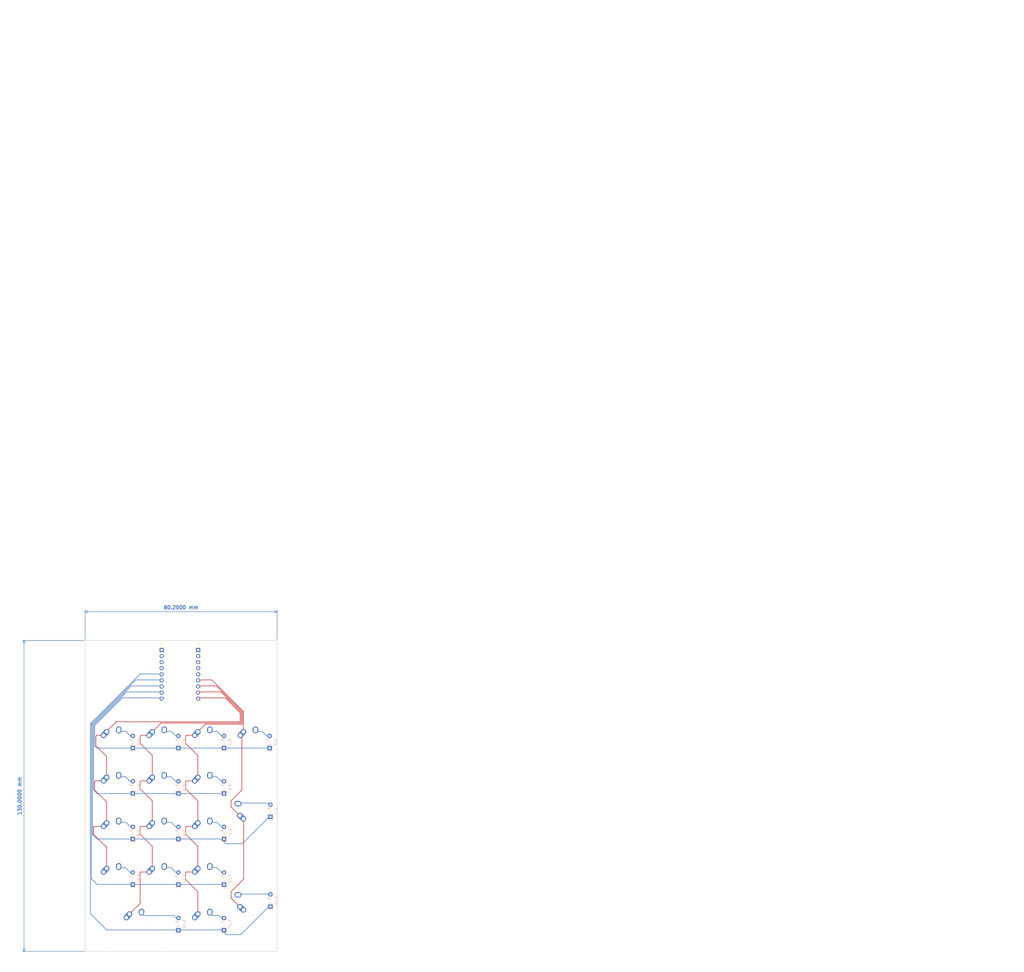
<source format=kicad_pcb>
(kicad_pcb (version 20221018) (generator pcbnew)
  (layers (0 "F.Cu" signal) (31 "B.Cu" signal) (34 "B.Paste" user) (35 "F.Paste" user) (36 "B.SilkS" user "B.Silkscreen") (37 "F.SilkS" user "F.Silkscreen") (38 "B.Mask" user) (39 "F.Mask" user) (44 "Edge.Cuts" user))
  (net 0 "")
  (net 1 "Net-(D_0-A)")
  (net 2 "Net-(D_1-A)")
  (net 3 "col0")
  (net 4 "col1")
  (net 5 "col2")
  (net 6 "col3")
  (net 7 "Net-(D_2-A)")
  (net 8 "row0")
  (net 9 "row1")
  (net 10 "row2")
  (net 11 "row3")
  (net 12 "row4")
  (net 13 "Net-(D_3-A)")
  (net 14 "Net-(D_4-A)")
  (net 15 "Net-(D_5-A)")
  (net 16 "Net-(D_6-A)")
  (net 17 "Net-(D_7-A)")
  (net 18 "Net-(D_8-A)")
  (net 19 "Net-(D_9-A)")
  (net 20 "Net-(D_10-A)")
  (net 21 "Net-(D_11-A)")
  (net 22 "Net-(D_12-A)")
  (net 23 "Net-(D_13-A)")
  (net 24 "Net-(D_14-A)")
  (net 25 "Net-(D_15-A)")
  (net 26 "Net-(D_16-A)")
  (footprint "MX_Alps_Hybrid:MX-2U-NoLED" (layer "F.Cu") (at 186.435 205.738 90)
    (fp_text reference "K_7")
    (fp_text value "KEYSW")
  )
  (footprint "MountingHole:MountingHole_2.2mm_M2" (layer "F.Cu") (at 120.85 162.1)
    (fp_text reference "REF**" hide)
    (fp_text value "MountingHole_2.2mm_M2")
  )
  (footprint "MX_Alps_Hybrid:MX-1U-NoLED" (layer "F.Cu") (at 129.26 234.33)
    (fp_text reference "K_11")
    (fp_text value "KEYSW")
  )
  (footprint "MountingHole:MountingHole_2.2mm_M2" (layer "F.Cu") (at 120.75 261.9)
    (fp_text reference "REF**" hide)
    (fp_text value "MountingHole_2.2mm_M2")
  )
  (footprint "MX_Alps_Hybrid:MX-2U-NoLED" (layer "F.Cu") (at 186.435 243.838 90)
    (fp_text reference "K_14")
    (fp_text value "KEYSW")
  )
  (footprint "MountingHole:MountingHole_2.2mm_M2" (layer "F.Cu") (at 195.05 162.1)
    (fp_text reference "REF**" hide)
    (fp_text value "MountingHole_2.2mm_M2")
  )
  (footprint "Connector_PinSocket_2.54mm:PinSocket_1x09_P2.54mm_Vertical" (layer "F.Cu") (at 165 139)
    (fp_text reference "J4")
    (fp_text value "Conn_01x09_Socket")
  )
  (footprint "MX_Alps_Hybrid:MX-1U-NoLED" (layer "F.Cu") (at 148.31 196.23)
    (fp_text reference "K_5")
    (fp_text value "KEYSW")
  )
  (footprint "MX_Alps_Hybrid:MX-1U-NoLED" (layer "F.Cu") (at 186.41 177.18)
    (fp_text reference "K_3")
    (fp_text value "KEYSW")
  )
  (footprint "MountingHole:MountingHole_2.2mm_M2" (layer "F.Cu") (at 194.95 261.9)
    (fp_text reference "REF**" hide)
    (fp_text value "MountingHole_2.2mm_M2")
  )
  (footprint "MX_Alps_Hybrid:MX-1U-NoLED" (layer "F.Cu") (at 129.26 177.18)
    (fp_text reference "K_0")
    (fp_text value "KEYSW")
  )
  (footprint "MX_Alps_Hybrid:MX-2U-NoLED" (layer "F.Cu") (at 138.785 253.38)
    (fp_text reference "K_15")
    (fp_text value "KEYSW")
  )
  (footprint "MX_Alps_Hybrid:MX-1U-NoLED" (layer "F.Cu") (at 167.36 196.23)
    (fp_text reference "K_6")
    (fp_text value "KEYSW")
  )
  (footprint "MX_Alps_Hybrid:MX-1U-NoLED" (layer "F.Cu") (at 129.26 196.23)
    (fp_text reference "K_4")
    (fp_text value "KEYSW")
  )
  (footprint "MX_Alps_Hybrid:MX-1U-NoLED" (layer "F.Cu") (at 167.36 215.28)
    (fp_text reference "K_10")
    (fp_text value "KEYSW")
  )
  (footprint "MX_Alps_Hybrid:MX-1U-NoLED" (layer "F.Cu") (at 148.31 177.18)
    (fp_text reference "K_1")
    (fp_text value "KEYSW")
  )
  (footprint "MX_Alps_Hybrid:MX-1U-NoLED" (layer "F.Cu") (at 167.36 234.33)
    (fp_text reference "K_13")
    (fp_text value "KEYSW")
  )
  (footprint "MX_Alps_Hybrid:MX-1U-NoLED" (layer "F.Cu") (at 148.31 215.28)
    (fp_text reference "K_9")
    (fp_text value "KEYSW")
  )
  (footprint "MX_Alps_Hybrid:MX-1U-NoLED" (layer "F.Cu") (at 148.31 234.33)
    (fp_text reference "K_12")
    (fp_text value "KEYSW")
  )
  (footprint "MountingHole:MountingHole_2.2mm_M2" (layer "F.Cu") (at 157.85 205.8)
    (fp_text reference "REF**" hide)
    (fp_text value "MountingHole_2.2mm_M2")
  )
  (footprint "Connector_PinSocket_2.54mm:PinSocket_1x09_P2.54mm_Vertical" (layer "F.Cu") (at 149.75 139)
    (fp_text reference "J3")
    (fp_text value "Conn_01x09_Socket")
  )
  (footprint "MX_Alps_Hybrid:MX-1U-NoLED" (layer "F.Cu") (at 129.26 215.28)
    (fp_text reference "K_8")
    (fp_text value "KEYSW")
  )
  (footprint "MX_Alps_Hybrid:MX-1U-NoLED" (layer "F.Cu") (at 167.36 177.18)
    (fp_text reference "K_2")
    (fp_text value "KEYSW")
  )
  (footprint "MountingHole:MountingHole_2.2mm_M2" (layer "F.Cu") (at 120.85 138)
    (fp_text reference "REF**" hide)
    (fp_text value "MountingHole_2.2mm_M2" hide)
  )
  (footprint "MountingHole:MountingHole_2.2mm_M2" (layer "F.Cu") (at 195.05 138)
    (fp_text reference "REF**" hide)
    (fp_text value "MountingHole_2.2mm_M2")
  )
  (footprint "MX_Alps_Hybrid:MX-1U-NoLED" (layer "F.Cu") (at 167.36 253.38)
    (fp_text reference "K_16")
    (fp_text value "KEYSW")
  )
  (footprint "Diode_THT:D_A-405_P5.08mm_Vertical_AnodeUp" (layer "B.Cu") (at 175.8 256.11 90)
    (fp_text reference "D_16")
    (fp_text value "D")
  )
  (footprint "Diode_THT:D_A-405_P5.08mm_Vertical_AnodeUp" (layer "B.Cu") (at 156.75 237.06 90)
    (fp_text reference "D_12")
    (fp_text value "D")
  )
  (footprint "Diode_THT:D_A-405_P5.08mm_Vertical_AnodeUp" (layer "B.Cu") (at 175.8 198.96 90)
    (fp_text reference "D_6")
    (fp_text value "D")
  )
  (footprint "Diode_THT:D_A-405_P5.08mm_Vertical_AnodeUp" (layer "B.Cu") (at 156.75 198.96 90)
    (fp_text reference "D_5")
    (fp_text value "D")
  )
  (footprint "Diode_THT:D_A-405_P5.08mm_Vertical_AnodeUp" (layer "B.Cu") (at 175.8 237.06 90)
    (fp_text reference "D_13")
    (fp_text value "D")
  )
  (footprint "Diode_THT:D_A-405_P5.08mm_Vertical_AnodeUp" (layer "B.Cu") (at 137.7 237.06 90)
    (fp_text reference "D_11")
    (fp_text value "D")
  )
  (footprint "Diode_THT:D_A-405_P5.08mm_Vertical_AnodeUp" (layer "B.Cu") (at 156.75 218.01 90)
    (fp_text reference "D_9")
    (fp_text value "D")
  )
  (footprint "Diode_THT:D_A-405_P5.08mm_Vertical_AnodeUp" (layer "B.Cu") (at 156.75 180 90)
    (fp_text reference "D_1")
    (fp_text value "D")
  )
  (footprint "Diode_THT:D_A-405_P5.08mm_Vertical_AnodeUp" (layer "B.Cu") (at 175.8 218.01 90)
    (fp_text reference "D_10")
    (fp_text value "D")
  )
  (footprint "Diode_THT:D_A-405_P5.08mm_Vertical_AnodeUp" (layer "B.Cu") (at 195.19 246.23 90)
    (fp_text reference "D_14")
    (fp_text value "D")
  )
  (footprint "Diode_THT:D_A-405_P5.08mm_Vertical_AnodeUp" (layer "B.Cu") (at 137.7 198.96 90)
    (fp_text reference "D_4")
    (fp_text value "D")
  )
  (footprint "Diode_THT:D_A-405_P5.08mm_Vertical_AnodeUp" (layer "B.Cu") (at 194.85 180.005 90)
    (fp_text reference "D_3")
    (fp_text value "D")
  )
  (footprint "Diode_THT:D_A-405_P5.08mm_Vertical_AnodeUp" (layer "B.Cu") (at 175.8 180 90)
    (fp_text reference "D_2")
    (fp_text value "D")
  )
  (footprint "Diode_THT:D_A-405_P5.08mm_Vertical_AnodeUp" (layer "B.Cu") (at 195.19 208.73 90)
    (fp_text reference "D_7")
    (fp_text value "D")
  )
  (footprint "Diode_THT:D_A-405_P5.08mm_Vertical_AnodeUp" (layer "B.Cu") (at 137.7 180 90)
    (fp_text reference "D_0")
    (fp_text value "D")
  )
  (footprint "Diode_THT:D_A-405_P5.08mm_Vertical_AnodeUp" (layer "B.Cu") (at 137.7 218.01 90)
    (fp_text reference "D_8")
    (fp_text value "D")
  )
  (footprint "Diode_THT:D_A-405_P5.08mm_Vertical_AnodeUp" (layer "B.Cu") (at 156.75 256.11 90)
    (fp_text reference "D_15")
    (fp_text value "D")
  )
  (gr_line (start 117.75 135) (end 197.95 135) (stroke (width 0.2)) (layer "Edge.Cuts"))
  (gr_line (start 197.95 265) (end 117.75 265) (stroke (width 0.2)) (layer "Edge.Cuts"))
  (gr_line (start 197.95 135) (end 197.95 265) (stroke (width 0.2)) (layer "Edge.Cuts"))
  (gr_line (start 117.75 265) (end 117.75 135) (stroke (width 0.2)) (layer "Edge.Cuts"))
  (dimension (type aligned) (layer "B.Cu") (pts (xy 117.7501 135) (xy 117.75 265)) (height 25.524223) (gr_text "130.0000 mm" (at 90.425827 199.999979 89.99995593) (layer "B.Cu") (effects (font (size 1.5 1.5) (thickness 0.3)))) (format (prefix "") (suffix "") (units 3) (units_format 1) (precision 4)) (style (thickness 0.2) (arrow_length 1.27) (text_position_mode 0) (extension_height 0.58642) (extension_offset 0.5) keep_text_aligned))
  (dimension (type aligned) (layer "B.Cu") (pts (xy 197.95 135) (xy 117.75 135)) (height 11.999999) (gr_text "80.2000 mm" (at 157.85 121.200001) (layer "B.Cu") (effects (font (size 1.5 1.5) (thickness 0.3)))) (format (prefix "") (suffix "") (units 3) (units_format 1) (precision 4)) (style (thickness 0.2) (arrow_length 1.27) (text_position_mode 0) (extension_height 0.58642) (extension_offset 0.5) keep_text_aligned))
  (segment (start 137.785 175.005) (end 137.7 174.92) (width 0.25) (layer "B.Cu") (net 1))
  (segment (start 132.08 173) (end 131.76 172.68) (width 0.25) (layer "B.Cu") (net 1))
  (segment (start 136.67 174.92) (end 134.75 173) (width 0.25) (layer "B.Cu") (net 1))
  (segment (start 137.7 174.92) (end 136.67 174.92) (width 0.25) (layer "B.Cu") (net 1))
  (segment (start 134.75 173) (end 132.08 173) (width 0.25) (layer "B.Cu") (net 1))
  (segment (start 155.67 174.92) (end 153.75 173) (width 0.25) (layer "B.Cu") (net 2))
  (segment (start 156.75 174.92) (end 155.67 174.92) (width 0.25) (layer "B.Cu") (net 2))
  (segment (start 153.75 173) (end 151.13 173) (width 0.25) (layer "B.Cu") (net 2))
  (segment (start 151.13 173) (end 150.81 172.68) (width 0.25) (layer "B.Cu") (net 2))
  (segment (start 130.75 169) (end 126.76 172.99) (width 0.25) (layer "F.Cu") (net 3))
  (segment (start 121.75 197.5) (end 126.76 202.51) (width 0.25) (layer "F.Cu") (net 3))
  (segment (start 125.45 193.69) (end 122.06 193.69) (width 0.25) (layer "F.Cu") (net 3))
  (segment (start 126.76 183.51) (end 126.76 192.23) (width 0.25) (layer "F.Cu") (net 3))
  (segment (start 182.56 169) (end 130.75 169) (width 0.25) (layer "F.Cu") (net 3))
  (segment (start 182.56 165.219188) (end 182.56 169) (width 0.25) (layer "F.Cu") (net 3))
  (segment (start 126.76 172.99) (end 126.76 173.18) (width 0.25) (layer "F.Cu") (net 3))
  (segment (start 122.06 193.69) (end 121.75 194) (width 0.25) (layer "F.Cu") (net 3))
  (segment (start 121.25 213) (end 121.25 216) (width 0.25) (layer "F.Cu") (net 3))
  (segment (start 165 159.32) (end 165.18 159.5) (width 0.25) (layer "F.Cu") (net 3))
  (segment (start 121.75 194) (end 121.75 197.5) (width 0.25) (layer "F.Cu") (net 3))
  (segment (start 122.25 179) (end 126.76 183.51) (width 0.25) (layer "F.Cu") (net 3))
  (segment (start 122.61 174.64) (end 122.25 175) (width 0.25) (layer "F.Cu") (net 3))
  (segment (start 165 159.32) (end 165.32 159) (width 0.25) (layer "F.Cu") (net 3))
  (segment (start 176.340812 159) (end 182.56 165.219188) (width 0.25) (layer "F.Cu") (net 3))
  (segment (start 122.25 175) (end 122.25 179) (width 0.25) (layer "F.Cu") (net 3))
  (segment (start 121.25 216) (end 126.76 221.51) (width 0.25) (layer "F.Cu") (net 3))
  (segment (start 121.51 212.74) (end 121.25 213) (width 0.25) (layer "F.Cu") (net 3))
  (segment (start 126.76 221.51) (end 126.76 230.33) (width 0.25) (layer "F.Cu") (net 3))
  (segment (start 126.76 202.51) (end 126.76 211.28) (width 0.25) (layer "F.Cu") (net 3))
  (segment (start 165.32 159) (end 176.340812 159) (width 0.25) (layer "F.Cu") (net 3))
  (segment (start 125.45 174.64) (end 122.61 174.64) (width 0.25) (layer "F.Cu") (net 3))
  (segment (start 125.45 212.74) (end 121.51 212.74) (width 0.25) (layer "F.Cu") (net 3))
  (segment (start 140.75 213) (end 140.75 216) (width 0.25) (layer "F.Cu") (net 4))
  (segment (start 140.75 244.915) (end 136.285 249.38) (width 0.25) (layer "F.Cu") (net 4))
  (segment (start 149.49 169.5) (end 145.81 173.18) (width 0.25) (layer "F.Cu") (net 4))
  (segment (start 144.5 212.74) (end 141.01 212.74) (width 0.25) (layer "F.Cu") (net 4))
  (segment (start 165 156.78) (end 165.22 157) (width 0.25) (layer "F.Cu") (net 4))
  (segment (start 141.01 212.74) (end 140.75 213) (width 0.25) (layer "F.Cu") (net 4))
  (segment (start 144.5 231.79) (end 140.96 231.79) (width 0.25) (layer "F.Cu") (net 4))
  (segment (start 141.06 193.69) (end 140.75 194) (width 0.25) (layer "F.Cu") (net 4))
  (segment (start 140.75 175) (end 140.75 178) (width 0.25) (layer "F.Cu") (net 4))
  (segment (start 140.96 231.79) (end 140.75 232) (width 0.25) (layer "F.Cu") (net 4))
  (segment (start 174.477208 156.5) (end 183.01 165.032792) (width 0.25) (layer "F.Cu") (net 4))
  (segment (start 140.75 216) (end 145.81 221.06) (width 0.25) (layer "F.Cu") (net 4))
  (segment (start 165 156.78) (end 165.28 156.5) (width 0.25) (layer "F.Cu") (net 4))
  (segment (start 140.75 178) (end 145.81 183.06) (width 0.25) (layer "F.Cu") (net 4))
  (segment (start 140.75 194) (end 140.75 197) (width 0.25) (layer "F.Cu") (net 4))
  (segment (start 145.81 221.06) (end 145.81 230.33) (width 0.25) (layer "F.Cu") (net 4))
  (segment (start 165.28 156.5) (end 174.477208 156.5) (width 0.25) (layer "F.Cu") (net 4))
  (segment (start 140.75 197) (end 145.81 202.06) (width 0.25) (layer "F.Cu") (net 4))
  (segment (start 141.11 174.64) (end 140.75 175) (width 0.25) (layer "F.Cu") (net 4))
  (segment (start 183.01 165.032792) (end 183.01 169.5) (width 0.25) (layer "F.Cu") (net 4))
  (segment (start 144.5 174.64) (end 141.11 174.64) (width 0.25) (layer "F.Cu") (net 4))
  (segment (start 144.5 193.69) (end 141.06 193.69) (width 0.25) (layer "F.Cu") (net 4))
  (segment (start 145.81 202.06) (end 145.81 211.28) (width 0.25) (layer "F.Cu") (net 4))
  (segment (start 183.01 169.5) (end 149.49 169.5) (width 0.25) (layer "F.Cu") (net 4))
  (segment (start 140.75 232) (end 140.75 244.915) (width 0.25) (layer "F.Cu") (net 4))
  (segment (start 145.81 183.06) (end 145.81 192.23) (width 0.25) (layer "F.Cu") (net 4))
  (segment (start 163.55 174.64) (end 160.11 174.64) (width 0.25) (layer "F.Cu") (net 5))
  (segment (start 183.46 170) (end 168.04 170) (width 0.25) (layer "F.Cu") (net 5))
  (segment (start 159.75 194) (end 159.75 197) (width 0.25) (layer "F.Cu") (net 5))
  (segment (start 159.75 197) (end 164.86 202.11) (width 0.25) (layer "F.Cu") (net 5))
  (segment (start 164.86 183.11) (end 164.86 192.23) (width 0.25) (layer "F.Cu") (net 5))
  (segment (start 164.86 240.11) (end 164.86 249.38) (width 0.25) (layer "F.Cu") (net 5))
  (segment (start 172.613604 154) (end 183.46 164.846396) (width 0.25) (layer "F.Cu") (net 5))
  (segment (start 159.75 232) (end 159.75 235) (width 0.25) (layer "F.Cu") (net 5))
  (segment (start 165 154.24) (end 165.26 154.5) (width 0.25) (layer "F.Cu") (net 5))
  (segment (start 159.75 178) (end 164.86 183.11) (width 0.25) (layer "F.Cu") (net 5))
  (segment (start 159.75 216) (end 164.86 221.11) (width 0.25) (layer "F.Cu") (net 5))
  (segment (start 159.75 175) (end 159.75 178) (width 0.25) (layer "F.Cu") (net 5))
  (segment (start 160.01 212.74) (end 159.75 213) (width 0.25) (layer "F.Cu") (net 5))
  (segment (start 163.55 231.79) (end 159.96 231.79) (width 0.25) (layer "F.Cu") (net 5))
  (segment (start 168.04 170) (end 164.86 173.18) (width 0.25) (layer "F.Cu") (net 5))
  (segment (start 164.86 221.11) (end 164.86 230.33) (width 0.25) (layer "F.Cu") (net 5))
  (segment (start 159.75 235) (end 164.86 240.11) (width 0.25) (layer "F.Cu") (net 5))
  (segment (start 183.46 164.846396) (end 183.46 170) (width 0.25) (layer "F.Cu") (net 5))
  (segment (start 159.75 213) (end 159.75 216) (width 0.25) (layer "F.Cu") (net 5))
  (segment (start 159.96 231.79) (end 159.75 232) (width 0.25) (layer "F.Cu") (net 5))
  (segment (start 165 154.24) (end 165.24 154) (width 0.25) (layer "F.Cu") (net 5))
  (segment (start 165.24 154) (end 172.613604 154) (width 0.25) (layer "F.Cu") (net 5))
  (segment (start 160.06 193.69) (end 159.75 194) (width 0.25) (layer "F.Cu") (net 5))
  (segment (start 164.86 202.11) (end 164.86 211.28) (width 0.25) (layer "F.Cu") (net 5))
  (segment (start 163.55 212.74) (end 160.01 212.74) (width 0.25) (layer "F.Cu") (net 5))
  (segment (start 163.55 193.69) (end 160.06 193.69) (width 0.25) (layer "F.Cu") (net 5))
  (segment (start 160.11 174.64) (end 159.75 175) (width 0.25) (layer "F.Cu") (net 5))
  (segment (start 178.75 240) (end 178.75 242.695) (width 0.25) (layer "F.Cu") (net 6))
  (segment (start 183.25 175.29) (end 183.25 197.5) (width 0.25) (layer "F.Cu") (net 6))
  (segment (start 178.75 204.595) (end 182.537 208.382) (width 0.25) (layer "F.Cu") (net 6))
  (segment (start 165 151.7) (end 165.3 152) (width 0.25) (layer "F.Cu") (net 6))
  (segment (start 183.91 164.66) (end 183.91 173.18) (width 0.25) (layer "F.Cu") (net 6))
  (segment (start 183.997 234.753) (end 178.75 240) (width 0.25) (layer "F.Cu") (net 6))
  (segment (start 170.75 151.5) (end 183.91 164.66) (width 0.25) (layer "F.Cu") (net 6))
  (segment (start 182.6 174.64) (end 183.25 175.29) (width 0.25) (layer "F.Cu") (net 6))
  (segment (start 165 151.7) (end 165.2 151.5) (width 0.25) (layer "F.Cu") (net 6))
  (segment (start 165.2 151.5) (end 170.75 151.5) (width 0.25) (layer "F.Cu") (net 6))
  (segment (start 183.997 209.692) (end 183.997 234.753) (width 0.25) (layer "F.Cu") (net 6))
  (segment (start 178.75 242.695) (end 182.537 246.482) (width 0.25) (layer "F.Cu") (net 6))
  (segment (start 183.25 197.5) (end 178.75 202) (width 0.25) (layer "F.Cu") (net 6))
  (segment (start 178.75 202) (end 178.75 204.595) (width 0.25) (layer "F.Cu") (net 6))
  (segment (start 175.8 174.92) (end 174.775 174.92) (width 0.25) (layer "B.Cu") (net 7))
  (segment (start 174.775 174.92) (end 172.855 173) (width 0.25) (layer "B.Cu") (net 7))
  (segment (start 170.18 173) (end 169.86 172.68) (width 0.25) (layer "B.Cu") (net 7))
  (segment (start 172.855 173) (end 170.18 173) (width 0.25) (layer "B.Cu") (net 7))
  (segment (start 137.115 180) (end 137.785 179.33) (width 0.25) (layer "B.Cu") (net 8))
  (segment (start 121.75 179.15) (end 122.6 180) (width 0.25) (layer "B.Cu") (net 8))
  (segment (start 156.835 179.33) (end 156.165 180) (width 0.25) (layer "B.Cu") (net 8))
  (segment (start 157.505 180) (end 156.835 179.33) (width 0.25) (layer "B.Cu") (net 8))
  (segment (start 149.43 159) (end 133.295584 159) (width 0.25) (layer "B.Cu") (net 8))
  (segment (start 176.555 180) (end 175.885 179.33) (width 0.25) (layer "B.Cu") (net 8))
  (segment (start 175.215 180) (end 157.505 180) (width 0.25) (layer "B.Cu") (net 8))
  (segment (start 133.295584 159) (end 121.75 170.545584) (width 0.25) (layer "B.Cu") (net 8))
  (segment (start 194.935 179.33) (end 194.265 180) (width 0.25) (layer "B.Cu") (net 8))
  (segment (start 149.75 159.32) (end 149.43 159) (width 0.25) (layer "B.Cu") (net 8))
  (segment (start 175.885 179.33) (end 175.215 180) (width 0.25) (layer "B.Cu") (net 8))
  (segment (start 138.455 180) (end 137.785 179.33) (width 0.25) (layer "B.Cu") (net 8))
  (segment (start 122.6 180) (end 137.115 180) (width 0.25) (layer "B.Cu") (net 8))
  (segment (start 194.265 180) (end 176.555 180) (width 0.25) (layer "B.Cu") (net 8))
  (segment (start 121.75 170.545584) (end 121.75 179.15) (width 0.25) (layer "B.Cu") (net 8))
  (segment (start 156.165 180) (end 138.455 180) (width 0.25) (layer "B.Cu") (net 8))
  (segment (start 156.835 198.38) (end 156.215 199) (width 0.25) (layer "B.Cu") (net 9))
  (segment (start 149.47 156.5) (end 135.159188 156.5) (width 0.25) (layer "B.Cu") (net 9))
  (segment (start 137.165 199) (end 137.785 198.38) (width 0.25) (layer "B.Cu") (net 9))
  (segment (start 122.75 199) (end 137.165 199) (width 0.25) (layer "B.Cu") (net 9))
  (segment (start 138.405 199) (end 137.785 198.38) (width 0.25) (layer "B.Cu") (net 9))
  (segment (start 175.885 198.38) (end 175.265 199) (width 0.25) (layer "B.Cu") (net 9))
  (segment (start 175.265 199) (end 157.455 199) (width 0.25) (layer "B.Cu") (net 9))
  (segment (start 149.75 156.78) (end 149.47 156.5) (width 0.25) (layer "B.Cu") (net 9))
  (segment (start 157.455 199) (end 156.835 198.38) (width 0.25) (layer "B.Cu") (net 9))
  (segment (start 121.3 170.359188) (end 121.3 197.55) (width 0.25) (layer "B.Cu") (net 9))
  (segment (start 156.215 199) (end 138.405 199) (width 0.25) (layer "B.Cu") (net 9))
  (segment (start 149.75 156.78) (end 149.53 157) (width 0.25) (layer "B.Cu") (net 9))
  (segment (start 121.3 197.55) (end 122.75 199) (width 0.25) (layer "B.Cu") (net 9))
  (segment (start 135.159188 156.5) (end 121.3 170.359188) (width 0.25) (layer "B.Cu") (net 9))
  (segment (start 175.885 219.20875) (end 175.885 217.43) (width 0.25) (layer "B.Cu") (net 10))
  (segment (start 183.425 220) (end 176.67625 220) (width 0.25) (layer "B.Cu") (net 10))
  (segment (start 157.405 218) (end 156.835 217.43) (width 0.25) (layer "B.Cu") (net 10))
  (segment (start 137.022792 154) (end 120.85 170.172792) (width 0.25) (layer "B.Cu") (net 10))
  (segment (start 120.85 216.1) (end 122.75 218) (width 0.25) (layer "B.Cu") (net 10))
  (segment (start 195.275 208.15) (end 183.425 220) (width 0.25) (layer "B.Cu") (net 10))
  (segment (start 175.885 217.43) (end 175.315 218) (width 0.25) (layer "B.Cu") (net 10))
  (segment (start 176.67625 220) (end 175.885 219.20875) (width 0.25) (layer "B.Cu") (net 10))
  (segment (start 156.265 218) (end 138.355 218) (width 0.25) (layer "B.Cu") (net 10))
  (segment (start 149.75 154.24) (end 149.51 154) (width 0.25) (layer "B.Cu") (net 10))
  (segment (start 120.85 170.172792) (end 120.85 216.1) (width 0.25) (layer "B.Cu") (net 10))
  (segment (start 175.315 218) (end 157.405 218) (width 0.25) (layer "B.Cu") (net 10))
  (segment (start 156.835 217.43) (end 156.265 218) (width 0.25) (layer "B.Cu") (net 10))
  (segment (start 122.75 218) (end 137.215 218) (width 0.25) (layer "B.Cu") (net 10))
  (segment (start 138.355 218) (end 137.785 217.43) (width 0.25) (layer "B.Cu") (net 10))
  (segment (start 137.215 218) (end 137.785 217.43) (width 0.25) (layer "B.Cu") (net 10))
  (segment (start 149.51 154) (end 137.022792 154) (width 0.25) (layer "B.Cu") (net 10))
  (segment (start 149.75 154.24) (end 149.49 154.5) (width 0.25) (layer "B.Cu") (net 10))
  (segment (start 149.75 151.7) (end 149.45 152) (width 0.25) (layer "B.Cu") (net 11))
  (segment (start 156.315 237) (end 138.305 237) (width 0.25) (layer "B.Cu") (net 11))
  (segment (start 137.265 237) (end 137.785 236.48) (width 0.25) (layer "B.Cu") (net 11))
  (segment (start 149.75 151.7) (end 149.55 151.5) (width 0.25) (layer "B.Cu") (net 11))
  (segment (start 138.305 237) (end 137.785 236.48) (width 0.25) (layer "B.Cu") (net 11))
  (segment (start 120.4 169.986396) (end 120.4 234.65) (width 0.25) (layer "B.Cu") (net 11))
  (segment (start 122.75 237) (end 137.265 237) (width 0.25) (layer "B.Cu") (net 11))
  (segment (start 175.885 236.48) (end 175.365 237) (width 0.25) (layer "B.Cu") (net 11))
  (segment (start 138.886396 151.5) (end 120.4 169.986396) (width 0.25) (layer "B.Cu") (net 11))
  (segment (start 156.835 236.48) (end 156.315 237) (width 0.25) (layer "B.Cu") (net 11))
  (segment (start 149.55 151.5) (end 138.886396 151.5) (width 0.25) (layer "B.Cu") (net 11))
  (segment (start 120.4 234.65) (end 122.75 237) (width 0.25) (layer "B.Cu") (net 11))
  (segment (start 157.355 237) (end 156.835 236.48) (width 0.25) (layer "B.Cu") (net 11))
  (segment (start 175.365 237) (end 157.355 237) (width 0.25) (layer "B.Cu") (net 11))
  (segment (start 175.885 257.135) (end 175.885 255.53) (width 0.25) (layer "B.Cu") (net 12))
  (segment (start 149.75 149.16) (end 149.41 149.5) (width 0.25) (layer "B.Cu") (net 12))
  (segment (start 182.75 258) (end 176.75 258) (width 0.25) (layer "B.Cu") (net 12))
  (segment (start 175.415 256) (end 157.305 256) (width 0.25) (layer "B.Cu") (net 12))
  (segment (start 175.885 255.53) (end 175.415 256) (width 0.25) (layer "B.Cu") (net 12))
  (segment (start 195.1 245.65) (end 182.75 258) (width 0.25) (layer "B.Cu") (net 12))
  (segment (start 157.305 256) (end 156.835 255.53) (width 0.25) (layer "B.Cu") (net 12))
  (segment (start 149.59 149) (end 140.75 149) (width 0.25) (layer "B.Cu") (net 12))
  (segment (start 176.75 258) (end 175.885 257.135) (width 0.25) (layer "B.Cu") (net 12))
  (segment (start 126.75 256) (end 156.365 256) (width 0.25) (layer "B.Cu") (net 12))
  (segment (start 149.75 149.16) (end 149.59 149) (width 0.25) (layer "B.Cu") (net 12))
  (segment (start 119.95 169.8) (end 119.95 249.2) (width 0.25) (layer "B.Cu") (net 12))
  (segment (start 156.365 256) (end 156.835 255.53) (width 0.25) (layer "B.Cu") (net 12))
  (segment (start 119.95 249.2) (end 126.75 256) (width 0.25) (layer "B.Cu") (net 12))
  (segment (start 140.75 149) (end 119.95 169.8) (width 0.25) (layer "B.Cu") (net 12))
  (segment (start 195.275 245.65) (end 195.1 245.65) (width 0.25) (layer "B.Cu") (net 12))
  (segment (start 189.23 173) (end 188.91 172.68) (width 0.25) (layer "B.Cu") (net 13))
  (segment (start 193.675 174.925) (end 191.75 173) (width 0.25) (layer "B.Cu") (net 13))
  (segment (start 194.85 174.925) (end 193.675 174.925) (width 0.25) (layer "B.Cu") (net 13))
  (segment (start 191.75 173) (end 189.23 173) (width 0.25) (layer "B.Cu") (net 13))
  (segment (start 134.75 192) (end 132.03 192) (width 0.25) (layer "B.Cu") (net 14))
  (segment (start 134.75 192.045) (end 134.75 192) (width 0.25) (layer "B.Cu") (net 14))
  (segment (start 132.03 192) (end 131.76 191.73) (width 0.25) (layer "B.Cu") (net 14))
  (segment (start 136.585 193.88) (end 134.75 192.045) (width 0.25) (layer "B.Cu") (net 14))
  (segment (start 137.7 193.88) (end 136.585 193.88) (width 0.25) (layer "B.Cu") (net 14))
  (segment (start 151.08 192) (end 150.81 191.73) (width 0.25) (layer "B.Cu") (net 15))
  (segment (start 155.635 193.88) (end 153.755 192) (width 0.25) (layer "B.Cu") (net 15))
  (segment (start 156.75 193.88) (end 155.635 193.88) (width 0.25) (layer "B.Cu") (net 15))
  (segment (start 153.755 192) (end 151.08 192) (width 0.25) (layer "B.Cu") (net 15))
  (segment (start 170.13 192) (end 169.86 191.73) (width 0.25) (layer "B.Cu") (net 16))
  (segment (start 174.63 193.88) (end 172.75 192) (width 0.25) (layer "B.Cu") (net 16))
  (segment (start 172.75 192) (end 170.13 192) (width 0.25) (layer "B.Cu") (net 16))
  (segment (start 175.8 193.88) (end 174.63 193.88) (width 0.25) (layer "B.Cu") (net 16))
  (segment (start 182.037 203.382) (end 182.419 203) (width 0.25) (layer "B.Cu") (net 17))
  (segment (start 194.54 203) (end 195.19 203.65) (width 0.25) (layer "B.Cu") (net 17))
  (segment (start 182.419 203) (end 194.54 203) (width 0.25) (layer "B.Cu") (net 17))
  (segment (start 131.98 211) (end 131.76 210.78) (width 0.25) (layer "B.Cu") (net 18))
  (segment (start 134.75 211) (end 131.98 211) (width 0.25) (layer "B.Cu") (net 18))
  (segment (start 137.7 212.93) (end 136.68 212.93) (width 0.25) (layer "B.Cu") (net 18))
  (segment (start 136.68 212.93) (end 134.75 211) (width 0.25) (layer "B.Cu") (net 18))
  (segment (start 153.75 211) (end 151.03 211) (width 0.25) (layer "B.Cu") (net 19))
  (segment (start 153.75 211.045) (end 153.75 211) (width 0.25) (layer "B.Cu") (net 19))
  (segment (start 156.75 212.93) (end 155.635 212.93) (width 0.25) (layer "B.Cu") (net 19))
  (segment (start 155.635 212.93) (end 153.75 211.045) (width 0.25) (layer "B.Cu") (net 19))
  (segment (start 151.03 211) (end 150.81 210.78) (width 0.25) (layer "B.Cu") (net 19))
  (segment (start 174.685 212.93) (end 172.755 211) (width 0.25) (layer "B.Cu") (net 20))
  (segment (start 170.08 211) (end 169.86 210.78) (width 0.25) (layer "B.Cu") (net 20))
  (segment (start 175.8 212.93) (end 174.685 212.93) (width 0.25) (layer "B.Cu") (net 20))
  (segment (start 172.755 211) (end 170.08 211) (width 0.25) (layer "B.Cu") (net 20))
  (segment (start 136.585 231.98) (end 134.605 230) (width 0.25) (layer "B.Cu") (net 21))
  (segment (start 134.605 230) (end 131.93 230) (width 0.25) (layer "B.Cu") (net 21))
  (segment (start 137.7 231.98) (end 136.585 231.98) (width 0.25) (layer "B.Cu") (net 21))
  (segment (start 131.93 230) (end 131.76 229.83) (width 0.25) (layer "B.Cu") (net 21))
  (segment (start 156.75 231.98) (end 155.635 231.98) (width 0.25) (layer "B.Cu") (net 22))
  (segment (start 153.655 230) (end 150.98 230) (width 0.25) (layer "B.Cu") (net 22))
  (segment (start 150.98 230) (end 150.81 229.83) (width 0.25) (layer "B.Cu") (net 22))
  (segment (start 155.635 231.98) (end 153.655 230) (width 0.25) (layer "B.Cu") (net 22))
  (segment (start 172.75 230) (end 170.03 230) (width 0.25) (layer "B.Cu") (net 23))
  (segment (start 175.8 231.98) (end 174.73 231.98) (width 0.25) (layer "B.Cu") (net 23))
  (segment (start 174.73 231.98) (end 172.75 230) (width 0.25) (layer "B.Cu") (net 23))
  (segment (start 170.03 230) (end 169.86 229.83) (width 0.25) (layer "B.Cu") (net 23))
  (segment (start 175.885 232.065) (end 175.8 231.98) (width 0.25) (layer "B.Cu") (net 23))
  (segment (start 195.04 241) (end 182.519 241) (width 0.25) (layer "B.Cu") (net 24))
  (segment (start 195.19 241.15) (end 195.04 241) (width 0.25) (layer "B.Cu") (net 24))
  (segment (start 156.72 251) (end 155.75 251) (width 0.25) (layer "B.Cu") (net 25))
  (segment (start 156.75 251.03) (end 156.72 251) (width 0.25) (layer "B.Cu") (net 25))
  (segment (start 154.75 250) (end 142.405 250) (width 0.25) (layer "B.Cu") (net 25))
  (segment (start 155.75 251) (end 154.75 250) (width 0.25) (layer "B.Cu") (net 25))
  (segment (start 142.405 250) (end 141.285 248.88) (width 0.25) (layer "B.Cu") (net 25))
  (segment (start 175.8 251.03) (end 174.685 251.03) (width 0.25) (layer "B.Cu") (net 26))
  (segment (start 173.655 250) (end 170.98 250) (width 0.25) (layer "B.Cu") (net 26))
  (segment (start 170.98 250) (end 169.86 248.88) (width 0.25) (layer "B.Cu") (net 26))
  (segment (start 174.685 251.03) (end 173.655 250) (width 0.25) (layer "B.Cu") (net 26))
)
</source>
